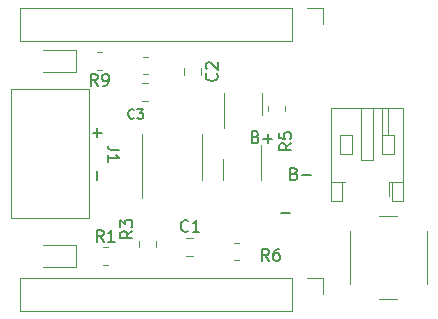
<source format=gbr>
%TF.GenerationSoftware,KiCad,Pcbnew,9.0.6-rc1*%
%TF.CreationDate,2025-12-07T23:50:49+09:00*%
%TF.ProjectId,tp4056,74703430-3536-42e6-9b69-6361645f7063,rev?*%
%TF.SameCoordinates,Original*%
%TF.FileFunction,Legend,Top*%
%TF.FilePolarity,Positive*%
%FSLAX46Y46*%
G04 Gerber Fmt 4.6, Leading zero omitted, Abs format (unit mm)*
G04 Created by KiCad (PCBNEW 9.0.6-rc1) date 2025-12-07 23:50:49*
%MOMM*%
%LPD*%
G01*
G04 APERTURE LIST*
%ADD10C,0.150000*%
%ADD11C,0.120000*%
%ADD12C,0.100000*%
G04 APERTURE END LIST*
D10*
X154138381Y-95689009D02*
X154281238Y-95736628D01*
X154281238Y-95736628D02*
X154328857Y-95784247D01*
X154328857Y-95784247D02*
X154376476Y-95879485D01*
X154376476Y-95879485D02*
X154376476Y-96022342D01*
X154376476Y-96022342D02*
X154328857Y-96117580D01*
X154328857Y-96117580D02*
X154281238Y-96165200D01*
X154281238Y-96165200D02*
X154186000Y-96212819D01*
X154186000Y-96212819D02*
X153805048Y-96212819D01*
X153805048Y-96212819D02*
X153805048Y-95212819D01*
X153805048Y-95212819D02*
X154138381Y-95212819D01*
X154138381Y-95212819D02*
X154233619Y-95260438D01*
X154233619Y-95260438D02*
X154281238Y-95308057D01*
X154281238Y-95308057D02*
X154328857Y-95403295D01*
X154328857Y-95403295D02*
X154328857Y-95498533D01*
X154328857Y-95498533D02*
X154281238Y-95593771D01*
X154281238Y-95593771D02*
X154233619Y-95641390D01*
X154233619Y-95641390D02*
X154138381Y-95689009D01*
X154138381Y-95689009D02*
X153805048Y-95689009D01*
X154805048Y-95831866D02*
X155566953Y-95831866D01*
X150858381Y-92587009D02*
X151001238Y-92634628D01*
X151001238Y-92634628D02*
X151048857Y-92682247D01*
X151048857Y-92682247D02*
X151096476Y-92777485D01*
X151096476Y-92777485D02*
X151096476Y-92920342D01*
X151096476Y-92920342D02*
X151048857Y-93015580D01*
X151048857Y-93015580D02*
X151001238Y-93063200D01*
X151001238Y-93063200D02*
X150906000Y-93110819D01*
X150906000Y-93110819D02*
X150525048Y-93110819D01*
X150525048Y-93110819D02*
X150525048Y-92110819D01*
X150525048Y-92110819D02*
X150858381Y-92110819D01*
X150858381Y-92110819D02*
X150953619Y-92158438D01*
X150953619Y-92158438D02*
X151001238Y-92206057D01*
X151001238Y-92206057D02*
X151048857Y-92301295D01*
X151048857Y-92301295D02*
X151048857Y-92396533D01*
X151048857Y-92396533D02*
X151001238Y-92491771D01*
X151001238Y-92491771D02*
X150953619Y-92539390D01*
X150953619Y-92539390D02*
X150858381Y-92587009D01*
X150858381Y-92587009D02*
X150525048Y-92587009D01*
X151525048Y-92729866D02*
X152286953Y-92729866D01*
X151906000Y-93110819D02*
X151906000Y-92348914D01*
X153776951Y-99036133D02*
X153015047Y-99036133D01*
X153870819Y-93130666D02*
X153394628Y-93463999D01*
X153870819Y-93702094D02*
X152870819Y-93702094D01*
X152870819Y-93702094D02*
X152870819Y-93321142D01*
X152870819Y-93321142D02*
X152918438Y-93225904D01*
X152918438Y-93225904D02*
X152966057Y-93178285D01*
X152966057Y-93178285D02*
X153061295Y-93130666D01*
X153061295Y-93130666D02*
X153204152Y-93130666D01*
X153204152Y-93130666D02*
X153299390Y-93178285D01*
X153299390Y-93178285D02*
X153347009Y-93225904D01*
X153347009Y-93225904D02*
X153394628Y-93321142D01*
X153394628Y-93321142D02*
X153394628Y-93702094D01*
X152870819Y-92225904D02*
X152870819Y-92702094D01*
X152870819Y-92702094D02*
X153347009Y-92749713D01*
X153347009Y-92749713D02*
X153299390Y-92702094D01*
X153299390Y-92702094D02*
X153251771Y-92606856D01*
X153251771Y-92606856D02*
X153251771Y-92368761D01*
X153251771Y-92368761D02*
X153299390Y-92273523D01*
X153299390Y-92273523D02*
X153347009Y-92225904D01*
X153347009Y-92225904D02*
X153442247Y-92178285D01*
X153442247Y-92178285D02*
X153680342Y-92178285D01*
X153680342Y-92178285D02*
X153775580Y-92225904D01*
X153775580Y-92225904D02*
X153823200Y-92273523D01*
X153823200Y-92273523D02*
X153870819Y-92368761D01*
X153870819Y-92368761D02*
X153870819Y-92606856D01*
X153870819Y-92606856D02*
X153823200Y-92702094D01*
X153823200Y-92702094D02*
X153775580Y-92749713D01*
X147555580Y-87212666D02*
X147603200Y-87260285D01*
X147603200Y-87260285D02*
X147650819Y-87403142D01*
X147650819Y-87403142D02*
X147650819Y-87498380D01*
X147650819Y-87498380D02*
X147603200Y-87641237D01*
X147603200Y-87641237D02*
X147507961Y-87736475D01*
X147507961Y-87736475D02*
X147412723Y-87784094D01*
X147412723Y-87784094D02*
X147222247Y-87831713D01*
X147222247Y-87831713D02*
X147079390Y-87831713D01*
X147079390Y-87831713D02*
X146888914Y-87784094D01*
X146888914Y-87784094D02*
X146793676Y-87736475D01*
X146793676Y-87736475D02*
X146698438Y-87641237D01*
X146698438Y-87641237D02*
X146650819Y-87498380D01*
X146650819Y-87498380D02*
X146650819Y-87403142D01*
X146650819Y-87403142D02*
X146698438Y-87260285D01*
X146698438Y-87260285D02*
X146746057Y-87212666D01*
X146746057Y-86831713D02*
X146698438Y-86784094D01*
X146698438Y-86784094D02*
X146650819Y-86688856D01*
X146650819Y-86688856D02*
X146650819Y-86450761D01*
X146650819Y-86450761D02*
X146698438Y-86355523D01*
X146698438Y-86355523D02*
X146746057Y-86307904D01*
X146746057Y-86307904D02*
X146841295Y-86260285D01*
X146841295Y-86260285D02*
X146936533Y-86260285D01*
X146936533Y-86260285D02*
X147079390Y-86307904D01*
X147079390Y-86307904D02*
X147650819Y-86879332D01*
X147650819Y-86879332D02*
X147650819Y-86260285D01*
X145148833Y-100523580D02*
X145101214Y-100571200D01*
X145101214Y-100571200D02*
X144958357Y-100618819D01*
X144958357Y-100618819D02*
X144863119Y-100618819D01*
X144863119Y-100618819D02*
X144720262Y-100571200D01*
X144720262Y-100571200D02*
X144625024Y-100475961D01*
X144625024Y-100475961D02*
X144577405Y-100380723D01*
X144577405Y-100380723D02*
X144529786Y-100190247D01*
X144529786Y-100190247D02*
X144529786Y-100047390D01*
X144529786Y-100047390D02*
X144577405Y-99856914D01*
X144577405Y-99856914D02*
X144625024Y-99761676D01*
X144625024Y-99761676D02*
X144720262Y-99666438D01*
X144720262Y-99666438D02*
X144863119Y-99618819D01*
X144863119Y-99618819D02*
X144958357Y-99618819D01*
X144958357Y-99618819D02*
X145101214Y-99666438D01*
X145101214Y-99666438D02*
X145148833Y-99714057D01*
X146101214Y-100618819D02*
X145529786Y-100618819D01*
X145815500Y-100618819D02*
X145815500Y-99618819D01*
X145815500Y-99618819D02*
X145720262Y-99761676D01*
X145720262Y-99761676D02*
X145625024Y-99856914D01*
X145625024Y-99856914D02*
X145529786Y-99904533D01*
X137989333Y-101470819D02*
X137656000Y-100994628D01*
X137417905Y-101470819D02*
X137417905Y-100470819D01*
X137417905Y-100470819D02*
X137798857Y-100470819D01*
X137798857Y-100470819D02*
X137894095Y-100518438D01*
X137894095Y-100518438D02*
X137941714Y-100566057D01*
X137941714Y-100566057D02*
X137989333Y-100661295D01*
X137989333Y-100661295D02*
X137989333Y-100804152D01*
X137989333Y-100804152D02*
X137941714Y-100899390D01*
X137941714Y-100899390D02*
X137894095Y-100947009D01*
X137894095Y-100947009D02*
X137798857Y-100994628D01*
X137798857Y-100994628D02*
X137417905Y-100994628D01*
X138941714Y-101470819D02*
X138370286Y-101470819D01*
X138656000Y-101470819D02*
X138656000Y-100470819D01*
X138656000Y-100470819D02*
X138560762Y-100613676D01*
X138560762Y-100613676D02*
X138465524Y-100708914D01*
X138465524Y-100708914D02*
X138370286Y-100756533D01*
X139336180Y-93696666D02*
X138621895Y-93696666D01*
X138621895Y-93696666D02*
X138479038Y-93649047D01*
X138479038Y-93649047D02*
X138383800Y-93553809D01*
X138383800Y-93553809D02*
X138336180Y-93410952D01*
X138336180Y-93410952D02*
X138336180Y-93315714D01*
X138336180Y-94696666D02*
X138336180Y-94125238D01*
X138336180Y-94410952D02*
X139336180Y-94410952D01*
X139336180Y-94410952D02*
X139193323Y-94315714D01*
X139193323Y-94315714D02*
X139098085Y-94220476D01*
X139098085Y-94220476D02*
X139050466Y-94125238D01*
X137447133Y-95449048D02*
X137447133Y-96210953D01*
X137447133Y-91849048D02*
X137447133Y-92610953D01*
X137066180Y-92230000D02*
X137828085Y-92230000D01*
X151979333Y-103070819D02*
X151646000Y-102594628D01*
X151407905Y-103070819D02*
X151407905Y-102070819D01*
X151407905Y-102070819D02*
X151788857Y-102070819D01*
X151788857Y-102070819D02*
X151884095Y-102118438D01*
X151884095Y-102118438D02*
X151931714Y-102166057D01*
X151931714Y-102166057D02*
X151979333Y-102261295D01*
X151979333Y-102261295D02*
X151979333Y-102404152D01*
X151979333Y-102404152D02*
X151931714Y-102499390D01*
X151931714Y-102499390D02*
X151884095Y-102547009D01*
X151884095Y-102547009D02*
X151788857Y-102594628D01*
X151788857Y-102594628D02*
X151407905Y-102594628D01*
X152836476Y-102070819D02*
X152646000Y-102070819D01*
X152646000Y-102070819D02*
X152550762Y-102118438D01*
X152550762Y-102118438D02*
X152503143Y-102166057D01*
X152503143Y-102166057D02*
X152407905Y-102308914D01*
X152407905Y-102308914D02*
X152360286Y-102499390D01*
X152360286Y-102499390D02*
X152360286Y-102880342D01*
X152360286Y-102880342D02*
X152407905Y-102975580D01*
X152407905Y-102975580D02*
X152455524Y-103023200D01*
X152455524Y-103023200D02*
X152550762Y-103070819D01*
X152550762Y-103070819D02*
X152741238Y-103070819D01*
X152741238Y-103070819D02*
X152836476Y-103023200D01*
X152836476Y-103023200D02*
X152884095Y-102975580D01*
X152884095Y-102975580D02*
X152931714Y-102880342D01*
X152931714Y-102880342D02*
X152931714Y-102642247D01*
X152931714Y-102642247D02*
X152884095Y-102547009D01*
X152884095Y-102547009D02*
X152836476Y-102499390D01*
X152836476Y-102499390D02*
X152741238Y-102451771D01*
X152741238Y-102451771D02*
X152550762Y-102451771D01*
X152550762Y-102451771D02*
X152455524Y-102499390D01*
X152455524Y-102499390D02*
X152407905Y-102547009D01*
X152407905Y-102547009D02*
X152360286Y-102642247D01*
X140582667Y-90964104D02*
X140544571Y-91002200D01*
X140544571Y-91002200D02*
X140430286Y-91040295D01*
X140430286Y-91040295D02*
X140354095Y-91040295D01*
X140354095Y-91040295D02*
X140239809Y-91002200D01*
X140239809Y-91002200D02*
X140163619Y-90926009D01*
X140163619Y-90926009D02*
X140125524Y-90849819D01*
X140125524Y-90849819D02*
X140087428Y-90697438D01*
X140087428Y-90697438D02*
X140087428Y-90583152D01*
X140087428Y-90583152D02*
X140125524Y-90430771D01*
X140125524Y-90430771D02*
X140163619Y-90354580D01*
X140163619Y-90354580D02*
X140239809Y-90278390D01*
X140239809Y-90278390D02*
X140354095Y-90240295D01*
X140354095Y-90240295D02*
X140430286Y-90240295D01*
X140430286Y-90240295D02*
X140544571Y-90278390D01*
X140544571Y-90278390D02*
X140582667Y-90316485D01*
X140849333Y-90240295D02*
X141344571Y-90240295D01*
X141344571Y-90240295D02*
X141077905Y-90545057D01*
X141077905Y-90545057D02*
X141192190Y-90545057D01*
X141192190Y-90545057D02*
X141268381Y-90583152D01*
X141268381Y-90583152D02*
X141306476Y-90621247D01*
X141306476Y-90621247D02*
X141344571Y-90697438D01*
X141344571Y-90697438D02*
X141344571Y-90887914D01*
X141344571Y-90887914D02*
X141306476Y-90964104D01*
X141306476Y-90964104D02*
X141268381Y-91002200D01*
X141268381Y-91002200D02*
X141192190Y-91040295D01*
X141192190Y-91040295D02*
X140963619Y-91040295D01*
X140963619Y-91040295D02*
X140887428Y-91002200D01*
X140887428Y-91002200D02*
X140849333Y-90964104D01*
X137481333Y-88260819D02*
X137148000Y-87784628D01*
X136909905Y-88260819D02*
X136909905Y-87260819D01*
X136909905Y-87260819D02*
X137290857Y-87260819D01*
X137290857Y-87260819D02*
X137386095Y-87308438D01*
X137386095Y-87308438D02*
X137433714Y-87356057D01*
X137433714Y-87356057D02*
X137481333Y-87451295D01*
X137481333Y-87451295D02*
X137481333Y-87594152D01*
X137481333Y-87594152D02*
X137433714Y-87689390D01*
X137433714Y-87689390D02*
X137386095Y-87737009D01*
X137386095Y-87737009D02*
X137290857Y-87784628D01*
X137290857Y-87784628D02*
X136909905Y-87784628D01*
X137957524Y-88260819D02*
X138148000Y-88260819D01*
X138148000Y-88260819D02*
X138243238Y-88213200D01*
X138243238Y-88213200D02*
X138290857Y-88165580D01*
X138290857Y-88165580D02*
X138386095Y-88022723D01*
X138386095Y-88022723D02*
X138433714Y-87832247D01*
X138433714Y-87832247D02*
X138433714Y-87451295D01*
X138433714Y-87451295D02*
X138386095Y-87356057D01*
X138386095Y-87356057D02*
X138338476Y-87308438D01*
X138338476Y-87308438D02*
X138243238Y-87260819D01*
X138243238Y-87260819D02*
X138052762Y-87260819D01*
X138052762Y-87260819D02*
X137957524Y-87308438D01*
X137957524Y-87308438D02*
X137909905Y-87356057D01*
X137909905Y-87356057D02*
X137862286Y-87451295D01*
X137862286Y-87451295D02*
X137862286Y-87689390D01*
X137862286Y-87689390D02*
X137909905Y-87784628D01*
X137909905Y-87784628D02*
X137957524Y-87832247D01*
X137957524Y-87832247D02*
X138052762Y-87879866D01*
X138052762Y-87879866D02*
X138243238Y-87879866D01*
X138243238Y-87879866D02*
X138338476Y-87832247D01*
X138338476Y-87832247D02*
X138386095Y-87784628D01*
X138386095Y-87784628D02*
X138433714Y-87689390D01*
X140416819Y-100566666D02*
X139940628Y-100899999D01*
X140416819Y-101138094D02*
X139416819Y-101138094D01*
X139416819Y-101138094D02*
X139416819Y-100757142D01*
X139416819Y-100757142D02*
X139464438Y-100661904D01*
X139464438Y-100661904D02*
X139512057Y-100614285D01*
X139512057Y-100614285D02*
X139607295Y-100566666D01*
X139607295Y-100566666D02*
X139750152Y-100566666D01*
X139750152Y-100566666D02*
X139845390Y-100614285D01*
X139845390Y-100614285D02*
X139893009Y-100661904D01*
X139893009Y-100661904D02*
X139940628Y-100757142D01*
X139940628Y-100757142D02*
X139940628Y-101138094D01*
X139416819Y-100233332D02*
X139416819Y-99614285D01*
X139416819Y-99614285D02*
X139797771Y-99947618D01*
X139797771Y-99947618D02*
X139797771Y-99804761D01*
X139797771Y-99804761D02*
X139845390Y-99709523D01*
X139845390Y-99709523D02*
X139893009Y-99661904D01*
X139893009Y-99661904D02*
X139988247Y-99614285D01*
X139988247Y-99614285D02*
X140226342Y-99614285D01*
X140226342Y-99614285D02*
X140321580Y-99661904D01*
X140321580Y-99661904D02*
X140369200Y-99709523D01*
X140369200Y-99709523D02*
X140416819Y-99804761D01*
X140416819Y-99804761D02*
X140416819Y-100090475D01*
X140416819Y-100090475D02*
X140369200Y-100185713D01*
X140369200Y-100185713D02*
X140321580Y-100233332D01*
D11*
%TO.C,R5*%
X151919000Y-89926936D02*
X151919000Y-90381064D01*
X153389000Y-89926936D02*
X153389000Y-90381064D01*
%TO.C,U1*%
X141216000Y-94276000D02*
X141216000Y-92326000D01*
X141216000Y-94276000D02*
X141216000Y-97726000D01*
X146336000Y-94276000D02*
X146336000Y-92326000D01*
X146336000Y-94276000D02*
X146336000Y-96226000D01*
%TO.C,R2*%
X141288936Y-85811000D02*
X141743064Y-85811000D01*
X141288936Y-87281000D02*
X141743064Y-87281000D01*
%TO.C,SW1*%
X158838000Y-100568000D02*
X158838000Y-105068000D01*
X161338000Y-106318000D02*
X162838000Y-106318000D01*
X162838000Y-99318000D02*
X161338000Y-99318000D01*
X165338000Y-105068000D02*
X165338000Y-100568000D01*
%TO.C,C2*%
X144781000Y-86784748D02*
X144781000Y-87307252D01*
X146251000Y-86784748D02*
X146251000Y-87307252D01*
%TO.C,J3*%
X130954000Y-104538000D02*
X130954000Y-107298000D01*
X153924000Y-104538000D02*
X130954000Y-104538000D01*
X153924000Y-104538000D02*
X153924000Y-107298000D01*
X153924000Y-107298000D02*
X130954000Y-107298000D01*
X155194000Y-104538000D02*
X156574000Y-104538000D01*
X156574000Y-104538000D02*
X156574000Y-105918000D01*
%TO.C,D2*%
X132838000Y-87116000D02*
X135698000Y-87116000D01*
X135698000Y-85196000D02*
X132838000Y-85196000D01*
X135698000Y-87116000D02*
X135698000Y-85196000D01*
%TO.C,U4*%
X148086000Y-94459000D02*
X148086000Y-96259000D01*
X151306000Y-96259000D02*
X151306000Y-93309000D01*
%TO.C,C1*%
X145529252Y-101169000D02*
X145006748Y-101169000D01*
X145529252Y-102639000D02*
X145006748Y-102639000D01*
%TO.C,J4*%
X157230000Y-90160000D02*
X157230000Y-97980000D01*
X157230000Y-96380000D02*
X158150000Y-96380000D01*
X157230000Y-97980000D02*
X158150000Y-97980000D01*
X157990000Y-92420000D02*
X158990000Y-92420000D01*
X157990000Y-94020000D02*
X157990000Y-92420000D01*
X158150000Y-96380000D02*
X158430000Y-96380000D01*
X158150000Y-97980000D02*
X158150000Y-96380000D01*
X158990000Y-92420000D02*
X158990000Y-94020000D01*
X158990000Y-94020000D02*
X157990000Y-94020000D01*
X159790000Y-94520000D02*
X159790000Y-90160000D01*
X160790000Y-90160000D02*
X160790000Y-94520000D01*
X160790000Y-94520000D02*
X159790000Y-94520000D01*
X161590000Y-92420000D02*
X161590000Y-90160000D01*
X161590000Y-92420000D02*
X161590000Y-94020000D01*
X161590000Y-94020000D02*
X162590000Y-94020000D01*
X162090000Y-92420000D02*
X162090000Y-90160000D01*
X162150000Y-96380000D02*
X162150000Y-97595000D01*
X162150000Y-96380000D02*
X162430000Y-96380000D01*
X162430000Y-96380000D02*
X162430000Y-97980000D01*
X162430000Y-97980000D02*
X163350000Y-97980000D01*
X162590000Y-92420000D02*
X161590000Y-92420000D01*
X162590000Y-94020000D02*
X162590000Y-92420000D01*
X163350000Y-90160000D02*
X157230000Y-90160000D01*
X163350000Y-96380000D02*
X162430000Y-96380000D01*
X163350000Y-97980000D02*
X163350000Y-90160000D01*
%TO.C,R1*%
X137928936Y-101931000D02*
X138383064Y-101931000D01*
X137928936Y-103401000D02*
X138383064Y-103401000D01*
%TO.C,J1*%
D12*
X136759000Y-88569000D02*
X130155000Y-88569000D01*
X130155000Y-99491000D01*
X136759000Y-99491000D01*
X136759000Y-88569000D01*
D11*
%TO.C,R6*%
X149038936Y-101561000D02*
X149493064Y-101561000D01*
X149038936Y-103031000D02*
X149493064Y-103031000D01*
%TO.C,C3*%
X141777252Y-88061000D02*
X141254748Y-88061000D01*
X141777252Y-89531000D02*
X141254748Y-89531000D01*
%TO.C,R9*%
X137875064Y-85421000D02*
X137420936Y-85421000D01*
X137875064Y-86891000D02*
X137420936Y-86891000D01*
%TO.C,J2*%
X130954000Y-81678000D02*
X130954000Y-84438000D01*
X153924000Y-81678000D02*
X130954000Y-81678000D01*
X153924000Y-81678000D02*
X153924000Y-84438000D01*
X153924000Y-84438000D02*
X130954000Y-84438000D01*
X155194000Y-81678000D02*
X156574000Y-81678000D01*
X156574000Y-81678000D02*
X156574000Y-83058000D01*
%TO.C,D1*%
X132838000Y-103626000D02*
X135698000Y-103626000D01*
X135698000Y-101706000D02*
X132838000Y-101706000D01*
X135698000Y-103626000D02*
X135698000Y-101706000D01*
%TO.C,R3*%
X140977000Y-101422936D02*
X140977000Y-101877064D01*
X142447000Y-101422936D02*
X142447000Y-101877064D01*
%TO.C,U2*%
X148166000Y-88906000D02*
X148166000Y-91856000D01*
X151386000Y-90706000D02*
X151386000Y-88906000D01*
%TD*%
M02*

</source>
